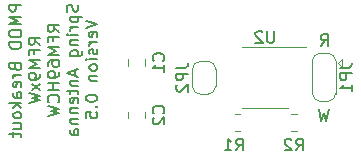
<source format=gbr>
%TF.GenerationSoftware,KiCad,Pcbnew,7.0.4*%
%TF.CreationDate,2023-05-26T13:29:51+02:00*%
%TF.ProjectId,RFM9xW_ANT,52464d39-7857-45f4-914e-542e6b696361,rev?*%
%TF.SameCoordinates,Original*%
%TF.FileFunction,Legend,Bot*%
%TF.FilePolarity,Positive*%
%FSLAX46Y46*%
G04 Gerber Fmt 4.6, Leading zero omitted, Abs format (unit mm)*
G04 Created by KiCad (PCBNEW 7.0.4) date 2023-05-26 13:29:51*
%MOMM*%
%LPD*%
G01*
G04 APERTURE LIST*
%ADD10C,0.150000*%
%ADD11C,0.120000*%
G04 APERTURE END LIST*
D10*
X120419819Y-43371190D02*
X119419819Y-43371190D01*
X119419819Y-43371190D02*
X119419819Y-43752142D01*
X119419819Y-43752142D02*
X119467438Y-43847380D01*
X119467438Y-43847380D02*
X119515057Y-43894999D01*
X119515057Y-43894999D02*
X119610295Y-43942618D01*
X119610295Y-43942618D02*
X119753152Y-43942618D01*
X119753152Y-43942618D02*
X119848390Y-43894999D01*
X119848390Y-43894999D02*
X119896009Y-43847380D01*
X119896009Y-43847380D02*
X119943628Y-43752142D01*
X119943628Y-43752142D02*
X119943628Y-43371190D01*
X120419819Y-44371190D02*
X119419819Y-44371190D01*
X119419819Y-44371190D02*
X120134104Y-44704523D01*
X120134104Y-44704523D02*
X119419819Y-45037856D01*
X119419819Y-45037856D02*
X120419819Y-45037856D01*
X119419819Y-45704523D02*
X119419819Y-45894999D01*
X119419819Y-45894999D02*
X119467438Y-45990237D01*
X119467438Y-45990237D02*
X119562676Y-46085475D01*
X119562676Y-46085475D02*
X119753152Y-46133094D01*
X119753152Y-46133094D02*
X120086485Y-46133094D01*
X120086485Y-46133094D02*
X120276961Y-46085475D01*
X120276961Y-46085475D02*
X120372200Y-45990237D01*
X120372200Y-45990237D02*
X120419819Y-45894999D01*
X120419819Y-45894999D02*
X120419819Y-45704523D01*
X120419819Y-45704523D02*
X120372200Y-45609285D01*
X120372200Y-45609285D02*
X120276961Y-45514047D01*
X120276961Y-45514047D02*
X120086485Y-45466428D01*
X120086485Y-45466428D02*
X119753152Y-45466428D01*
X119753152Y-45466428D02*
X119562676Y-45514047D01*
X119562676Y-45514047D02*
X119467438Y-45609285D01*
X119467438Y-45609285D02*
X119419819Y-45704523D01*
X120419819Y-46561666D02*
X119419819Y-46561666D01*
X119419819Y-46561666D02*
X119419819Y-46799761D01*
X119419819Y-46799761D02*
X119467438Y-46942618D01*
X119467438Y-46942618D02*
X119562676Y-47037856D01*
X119562676Y-47037856D02*
X119657914Y-47085475D01*
X119657914Y-47085475D02*
X119848390Y-47133094D01*
X119848390Y-47133094D02*
X119991247Y-47133094D01*
X119991247Y-47133094D02*
X120181723Y-47085475D01*
X120181723Y-47085475D02*
X120276961Y-47037856D01*
X120276961Y-47037856D02*
X120372200Y-46942618D01*
X120372200Y-46942618D02*
X120419819Y-46799761D01*
X120419819Y-46799761D02*
X120419819Y-46561666D01*
X119896009Y-48656904D02*
X119943628Y-48799761D01*
X119943628Y-48799761D02*
X119991247Y-48847380D01*
X119991247Y-48847380D02*
X120086485Y-48894999D01*
X120086485Y-48894999D02*
X120229342Y-48894999D01*
X120229342Y-48894999D02*
X120324580Y-48847380D01*
X120324580Y-48847380D02*
X120372200Y-48799761D01*
X120372200Y-48799761D02*
X120419819Y-48704523D01*
X120419819Y-48704523D02*
X120419819Y-48323571D01*
X120419819Y-48323571D02*
X119419819Y-48323571D01*
X119419819Y-48323571D02*
X119419819Y-48656904D01*
X119419819Y-48656904D02*
X119467438Y-48752142D01*
X119467438Y-48752142D02*
X119515057Y-48799761D01*
X119515057Y-48799761D02*
X119610295Y-48847380D01*
X119610295Y-48847380D02*
X119705533Y-48847380D01*
X119705533Y-48847380D02*
X119800771Y-48799761D01*
X119800771Y-48799761D02*
X119848390Y-48752142D01*
X119848390Y-48752142D02*
X119896009Y-48656904D01*
X119896009Y-48656904D02*
X119896009Y-48323571D01*
X120419819Y-49323571D02*
X119753152Y-49323571D01*
X119943628Y-49323571D02*
X119848390Y-49371190D01*
X119848390Y-49371190D02*
X119800771Y-49418809D01*
X119800771Y-49418809D02*
X119753152Y-49514047D01*
X119753152Y-49514047D02*
X119753152Y-49609285D01*
X120372200Y-50323571D02*
X120419819Y-50228333D01*
X120419819Y-50228333D02*
X120419819Y-50037857D01*
X120419819Y-50037857D02*
X120372200Y-49942619D01*
X120372200Y-49942619D02*
X120276961Y-49895000D01*
X120276961Y-49895000D02*
X119896009Y-49895000D01*
X119896009Y-49895000D02*
X119800771Y-49942619D01*
X119800771Y-49942619D02*
X119753152Y-50037857D01*
X119753152Y-50037857D02*
X119753152Y-50228333D01*
X119753152Y-50228333D02*
X119800771Y-50323571D01*
X119800771Y-50323571D02*
X119896009Y-50371190D01*
X119896009Y-50371190D02*
X119991247Y-50371190D01*
X119991247Y-50371190D02*
X120086485Y-49895000D01*
X120419819Y-51228333D02*
X119896009Y-51228333D01*
X119896009Y-51228333D02*
X119800771Y-51180714D01*
X119800771Y-51180714D02*
X119753152Y-51085476D01*
X119753152Y-51085476D02*
X119753152Y-50895000D01*
X119753152Y-50895000D02*
X119800771Y-50799762D01*
X120372200Y-51228333D02*
X120419819Y-51133095D01*
X120419819Y-51133095D02*
X120419819Y-50895000D01*
X120419819Y-50895000D02*
X120372200Y-50799762D01*
X120372200Y-50799762D02*
X120276961Y-50752143D01*
X120276961Y-50752143D02*
X120181723Y-50752143D01*
X120181723Y-50752143D02*
X120086485Y-50799762D01*
X120086485Y-50799762D02*
X120038866Y-50895000D01*
X120038866Y-50895000D02*
X120038866Y-51133095D01*
X120038866Y-51133095D02*
X119991247Y-51228333D01*
X120419819Y-51704524D02*
X119419819Y-51704524D01*
X120038866Y-51799762D02*
X120419819Y-52085476D01*
X119753152Y-52085476D02*
X120134104Y-51704524D01*
X120419819Y-52656905D02*
X120372200Y-52561667D01*
X120372200Y-52561667D02*
X120324580Y-52514048D01*
X120324580Y-52514048D02*
X120229342Y-52466429D01*
X120229342Y-52466429D02*
X119943628Y-52466429D01*
X119943628Y-52466429D02*
X119848390Y-52514048D01*
X119848390Y-52514048D02*
X119800771Y-52561667D01*
X119800771Y-52561667D02*
X119753152Y-52656905D01*
X119753152Y-52656905D02*
X119753152Y-52799762D01*
X119753152Y-52799762D02*
X119800771Y-52895000D01*
X119800771Y-52895000D02*
X119848390Y-52942619D01*
X119848390Y-52942619D02*
X119943628Y-52990238D01*
X119943628Y-52990238D02*
X120229342Y-52990238D01*
X120229342Y-52990238D02*
X120324580Y-52942619D01*
X120324580Y-52942619D02*
X120372200Y-52895000D01*
X120372200Y-52895000D02*
X120419819Y-52799762D01*
X120419819Y-52799762D02*
X120419819Y-52656905D01*
X119753152Y-53847381D02*
X120419819Y-53847381D01*
X119753152Y-53418810D02*
X120276961Y-53418810D01*
X120276961Y-53418810D02*
X120372200Y-53466429D01*
X120372200Y-53466429D02*
X120419819Y-53561667D01*
X120419819Y-53561667D02*
X120419819Y-53704524D01*
X120419819Y-53704524D02*
X120372200Y-53799762D01*
X120372200Y-53799762D02*
X120324580Y-53847381D01*
X119753152Y-54180715D02*
X119753152Y-54561667D01*
X119419819Y-54323572D02*
X120276961Y-54323572D01*
X120276961Y-54323572D02*
X120372200Y-54371191D01*
X120372200Y-54371191D02*
X120419819Y-54466429D01*
X120419819Y-54466429D02*
X120419819Y-54561667D01*
X122029819Y-46752142D02*
X121553628Y-46418809D01*
X122029819Y-46180714D02*
X121029819Y-46180714D01*
X121029819Y-46180714D02*
X121029819Y-46561666D01*
X121029819Y-46561666D02*
X121077438Y-46656904D01*
X121077438Y-46656904D02*
X121125057Y-46704523D01*
X121125057Y-46704523D02*
X121220295Y-46752142D01*
X121220295Y-46752142D02*
X121363152Y-46752142D01*
X121363152Y-46752142D02*
X121458390Y-46704523D01*
X121458390Y-46704523D02*
X121506009Y-46656904D01*
X121506009Y-46656904D02*
X121553628Y-46561666D01*
X121553628Y-46561666D02*
X121553628Y-46180714D01*
X121506009Y-47514047D02*
X121506009Y-47180714D01*
X122029819Y-47180714D02*
X121029819Y-47180714D01*
X121029819Y-47180714D02*
X121029819Y-47656904D01*
X122029819Y-48037857D02*
X121029819Y-48037857D01*
X121029819Y-48037857D02*
X121744104Y-48371190D01*
X121744104Y-48371190D02*
X121029819Y-48704523D01*
X121029819Y-48704523D02*
X122029819Y-48704523D01*
X122029819Y-49228333D02*
X122029819Y-49418809D01*
X122029819Y-49418809D02*
X121982200Y-49514047D01*
X121982200Y-49514047D02*
X121934580Y-49561666D01*
X121934580Y-49561666D02*
X121791723Y-49656904D01*
X121791723Y-49656904D02*
X121601247Y-49704523D01*
X121601247Y-49704523D02*
X121220295Y-49704523D01*
X121220295Y-49704523D02*
X121125057Y-49656904D01*
X121125057Y-49656904D02*
X121077438Y-49609285D01*
X121077438Y-49609285D02*
X121029819Y-49514047D01*
X121029819Y-49514047D02*
X121029819Y-49323571D01*
X121029819Y-49323571D02*
X121077438Y-49228333D01*
X121077438Y-49228333D02*
X121125057Y-49180714D01*
X121125057Y-49180714D02*
X121220295Y-49133095D01*
X121220295Y-49133095D02*
X121458390Y-49133095D01*
X121458390Y-49133095D02*
X121553628Y-49180714D01*
X121553628Y-49180714D02*
X121601247Y-49228333D01*
X121601247Y-49228333D02*
X121648866Y-49323571D01*
X121648866Y-49323571D02*
X121648866Y-49514047D01*
X121648866Y-49514047D02*
X121601247Y-49609285D01*
X121601247Y-49609285D02*
X121553628Y-49656904D01*
X121553628Y-49656904D02*
X121458390Y-49704523D01*
X122029819Y-50037857D02*
X121363152Y-50561666D01*
X121363152Y-50037857D02*
X122029819Y-50561666D01*
X121029819Y-50847381D02*
X122029819Y-51085476D01*
X122029819Y-51085476D02*
X121315533Y-51275952D01*
X121315533Y-51275952D02*
X122029819Y-51466428D01*
X122029819Y-51466428D02*
X121029819Y-51704524D01*
X123639819Y-45656904D02*
X123163628Y-45323571D01*
X123639819Y-45085476D02*
X122639819Y-45085476D01*
X122639819Y-45085476D02*
X122639819Y-45466428D01*
X122639819Y-45466428D02*
X122687438Y-45561666D01*
X122687438Y-45561666D02*
X122735057Y-45609285D01*
X122735057Y-45609285D02*
X122830295Y-45656904D01*
X122830295Y-45656904D02*
X122973152Y-45656904D01*
X122973152Y-45656904D02*
X123068390Y-45609285D01*
X123068390Y-45609285D02*
X123116009Y-45561666D01*
X123116009Y-45561666D02*
X123163628Y-45466428D01*
X123163628Y-45466428D02*
X123163628Y-45085476D01*
X123116009Y-46418809D02*
X123116009Y-46085476D01*
X123639819Y-46085476D02*
X122639819Y-46085476D01*
X122639819Y-46085476D02*
X122639819Y-46561666D01*
X123639819Y-46942619D02*
X122639819Y-46942619D01*
X122639819Y-46942619D02*
X123354104Y-47275952D01*
X123354104Y-47275952D02*
X122639819Y-47609285D01*
X122639819Y-47609285D02*
X123639819Y-47609285D01*
X122639819Y-48514047D02*
X122639819Y-48323571D01*
X122639819Y-48323571D02*
X122687438Y-48228333D01*
X122687438Y-48228333D02*
X122735057Y-48180714D01*
X122735057Y-48180714D02*
X122877914Y-48085476D01*
X122877914Y-48085476D02*
X123068390Y-48037857D01*
X123068390Y-48037857D02*
X123449342Y-48037857D01*
X123449342Y-48037857D02*
X123544580Y-48085476D01*
X123544580Y-48085476D02*
X123592200Y-48133095D01*
X123592200Y-48133095D02*
X123639819Y-48228333D01*
X123639819Y-48228333D02*
X123639819Y-48418809D01*
X123639819Y-48418809D02*
X123592200Y-48514047D01*
X123592200Y-48514047D02*
X123544580Y-48561666D01*
X123544580Y-48561666D02*
X123449342Y-48609285D01*
X123449342Y-48609285D02*
X123211247Y-48609285D01*
X123211247Y-48609285D02*
X123116009Y-48561666D01*
X123116009Y-48561666D02*
X123068390Y-48514047D01*
X123068390Y-48514047D02*
X123020771Y-48418809D01*
X123020771Y-48418809D02*
X123020771Y-48228333D01*
X123020771Y-48228333D02*
X123068390Y-48133095D01*
X123068390Y-48133095D02*
X123116009Y-48085476D01*
X123116009Y-48085476D02*
X123211247Y-48037857D01*
X123639819Y-49085476D02*
X123639819Y-49275952D01*
X123639819Y-49275952D02*
X123592200Y-49371190D01*
X123592200Y-49371190D02*
X123544580Y-49418809D01*
X123544580Y-49418809D02*
X123401723Y-49514047D01*
X123401723Y-49514047D02*
X123211247Y-49561666D01*
X123211247Y-49561666D02*
X122830295Y-49561666D01*
X122830295Y-49561666D02*
X122735057Y-49514047D01*
X122735057Y-49514047D02*
X122687438Y-49466428D01*
X122687438Y-49466428D02*
X122639819Y-49371190D01*
X122639819Y-49371190D02*
X122639819Y-49180714D01*
X122639819Y-49180714D02*
X122687438Y-49085476D01*
X122687438Y-49085476D02*
X122735057Y-49037857D01*
X122735057Y-49037857D02*
X122830295Y-48990238D01*
X122830295Y-48990238D02*
X123068390Y-48990238D01*
X123068390Y-48990238D02*
X123163628Y-49037857D01*
X123163628Y-49037857D02*
X123211247Y-49085476D01*
X123211247Y-49085476D02*
X123258866Y-49180714D01*
X123258866Y-49180714D02*
X123258866Y-49371190D01*
X123258866Y-49371190D02*
X123211247Y-49466428D01*
X123211247Y-49466428D02*
X123163628Y-49514047D01*
X123163628Y-49514047D02*
X123068390Y-49561666D01*
X123639819Y-49990238D02*
X122639819Y-49990238D01*
X123116009Y-49990238D02*
X123116009Y-50561666D01*
X123639819Y-50561666D02*
X122639819Y-50561666D01*
X123544580Y-51609285D02*
X123592200Y-51561666D01*
X123592200Y-51561666D02*
X123639819Y-51418809D01*
X123639819Y-51418809D02*
X123639819Y-51323571D01*
X123639819Y-51323571D02*
X123592200Y-51180714D01*
X123592200Y-51180714D02*
X123496961Y-51085476D01*
X123496961Y-51085476D02*
X123401723Y-51037857D01*
X123401723Y-51037857D02*
X123211247Y-50990238D01*
X123211247Y-50990238D02*
X123068390Y-50990238D01*
X123068390Y-50990238D02*
X122877914Y-51037857D01*
X122877914Y-51037857D02*
X122782676Y-51085476D01*
X122782676Y-51085476D02*
X122687438Y-51180714D01*
X122687438Y-51180714D02*
X122639819Y-51323571D01*
X122639819Y-51323571D02*
X122639819Y-51418809D01*
X122639819Y-51418809D02*
X122687438Y-51561666D01*
X122687438Y-51561666D02*
X122735057Y-51609285D01*
X122639819Y-51942619D02*
X123639819Y-52180714D01*
X123639819Y-52180714D02*
X122925533Y-52371190D01*
X122925533Y-52371190D02*
X123639819Y-52561666D01*
X123639819Y-52561666D02*
X122639819Y-52799762D01*
X125202200Y-43371190D02*
X125249819Y-43514047D01*
X125249819Y-43514047D02*
X125249819Y-43752142D01*
X125249819Y-43752142D02*
X125202200Y-43847380D01*
X125202200Y-43847380D02*
X125154580Y-43894999D01*
X125154580Y-43894999D02*
X125059342Y-43942618D01*
X125059342Y-43942618D02*
X124964104Y-43942618D01*
X124964104Y-43942618D02*
X124868866Y-43894999D01*
X124868866Y-43894999D02*
X124821247Y-43847380D01*
X124821247Y-43847380D02*
X124773628Y-43752142D01*
X124773628Y-43752142D02*
X124726009Y-43561666D01*
X124726009Y-43561666D02*
X124678390Y-43466428D01*
X124678390Y-43466428D02*
X124630771Y-43418809D01*
X124630771Y-43418809D02*
X124535533Y-43371190D01*
X124535533Y-43371190D02*
X124440295Y-43371190D01*
X124440295Y-43371190D02*
X124345057Y-43418809D01*
X124345057Y-43418809D02*
X124297438Y-43466428D01*
X124297438Y-43466428D02*
X124249819Y-43561666D01*
X124249819Y-43561666D02*
X124249819Y-43799761D01*
X124249819Y-43799761D02*
X124297438Y-43942618D01*
X124583152Y-44371190D02*
X125583152Y-44371190D01*
X124630771Y-44371190D02*
X124583152Y-44466428D01*
X124583152Y-44466428D02*
X124583152Y-44656904D01*
X124583152Y-44656904D02*
X124630771Y-44752142D01*
X124630771Y-44752142D02*
X124678390Y-44799761D01*
X124678390Y-44799761D02*
X124773628Y-44847380D01*
X124773628Y-44847380D02*
X125059342Y-44847380D01*
X125059342Y-44847380D02*
X125154580Y-44799761D01*
X125154580Y-44799761D02*
X125202200Y-44752142D01*
X125202200Y-44752142D02*
X125249819Y-44656904D01*
X125249819Y-44656904D02*
X125249819Y-44466428D01*
X125249819Y-44466428D02*
X125202200Y-44371190D01*
X125249819Y-45275952D02*
X124583152Y-45275952D01*
X124773628Y-45275952D02*
X124678390Y-45323571D01*
X124678390Y-45323571D02*
X124630771Y-45371190D01*
X124630771Y-45371190D02*
X124583152Y-45466428D01*
X124583152Y-45466428D02*
X124583152Y-45561666D01*
X125249819Y-45895000D02*
X124583152Y-45895000D01*
X124249819Y-45895000D02*
X124297438Y-45847381D01*
X124297438Y-45847381D02*
X124345057Y-45895000D01*
X124345057Y-45895000D02*
X124297438Y-45942619D01*
X124297438Y-45942619D02*
X124249819Y-45895000D01*
X124249819Y-45895000D02*
X124345057Y-45895000D01*
X124583152Y-46371190D02*
X125249819Y-46371190D01*
X124678390Y-46371190D02*
X124630771Y-46418809D01*
X124630771Y-46418809D02*
X124583152Y-46514047D01*
X124583152Y-46514047D02*
X124583152Y-46656904D01*
X124583152Y-46656904D02*
X124630771Y-46752142D01*
X124630771Y-46752142D02*
X124726009Y-46799761D01*
X124726009Y-46799761D02*
X125249819Y-46799761D01*
X124583152Y-47704523D02*
X125392676Y-47704523D01*
X125392676Y-47704523D02*
X125487914Y-47656904D01*
X125487914Y-47656904D02*
X125535533Y-47609285D01*
X125535533Y-47609285D02*
X125583152Y-47514047D01*
X125583152Y-47514047D02*
X125583152Y-47371190D01*
X125583152Y-47371190D02*
X125535533Y-47275952D01*
X125202200Y-47704523D02*
X125249819Y-47609285D01*
X125249819Y-47609285D02*
X125249819Y-47418809D01*
X125249819Y-47418809D02*
X125202200Y-47323571D01*
X125202200Y-47323571D02*
X125154580Y-47275952D01*
X125154580Y-47275952D02*
X125059342Y-47228333D01*
X125059342Y-47228333D02*
X124773628Y-47228333D01*
X124773628Y-47228333D02*
X124678390Y-47275952D01*
X124678390Y-47275952D02*
X124630771Y-47323571D01*
X124630771Y-47323571D02*
X124583152Y-47418809D01*
X124583152Y-47418809D02*
X124583152Y-47609285D01*
X124583152Y-47609285D02*
X124630771Y-47704523D01*
X124964104Y-48895000D02*
X124964104Y-49371190D01*
X125249819Y-48799762D02*
X124249819Y-49133095D01*
X124249819Y-49133095D02*
X125249819Y-49466428D01*
X124583152Y-49799762D02*
X125249819Y-49799762D01*
X124678390Y-49799762D02*
X124630771Y-49847381D01*
X124630771Y-49847381D02*
X124583152Y-49942619D01*
X124583152Y-49942619D02*
X124583152Y-50085476D01*
X124583152Y-50085476D02*
X124630771Y-50180714D01*
X124630771Y-50180714D02*
X124726009Y-50228333D01*
X124726009Y-50228333D02*
X125249819Y-50228333D01*
X124583152Y-50561667D02*
X124583152Y-50942619D01*
X124249819Y-50704524D02*
X125106961Y-50704524D01*
X125106961Y-50704524D02*
X125202200Y-50752143D01*
X125202200Y-50752143D02*
X125249819Y-50847381D01*
X125249819Y-50847381D02*
X125249819Y-50942619D01*
X125202200Y-51656905D02*
X125249819Y-51561667D01*
X125249819Y-51561667D02*
X125249819Y-51371191D01*
X125249819Y-51371191D02*
X125202200Y-51275953D01*
X125202200Y-51275953D02*
X125106961Y-51228334D01*
X125106961Y-51228334D02*
X124726009Y-51228334D01*
X124726009Y-51228334D02*
X124630771Y-51275953D01*
X124630771Y-51275953D02*
X124583152Y-51371191D01*
X124583152Y-51371191D02*
X124583152Y-51561667D01*
X124583152Y-51561667D02*
X124630771Y-51656905D01*
X124630771Y-51656905D02*
X124726009Y-51704524D01*
X124726009Y-51704524D02*
X124821247Y-51704524D01*
X124821247Y-51704524D02*
X124916485Y-51228334D01*
X124583152Y-52133096D02*
X125249819Y-52133096D01*
X124678390Y-52133096D02*
X124630771Y-52180715D01*
X124630771Y-52180715D02*
X124583152Y-52275953D01*
X124583152Y-52275953D02*
X124583152Y-52418810D01*
X124583152Y-52418810D02*
X124630771Y-52514048D01*
X124630771Y-52514048D02*
X124726009Y-52561667D01*
X124726009Y-52561667D02*
X125249819Y-52561667D01*
X124583152Y-53037858D02*
X125249819Y-53037858D01*
X124678390Y-53037858D02*
X124630771Y-53085477D01*
X124630771Y-53085477D02*
X124583152Y-53180715D01*
X124583152Y-53180715D02*
X124583152Y-53323572D01*
X124583152Y-53323572D02*
X124630771Y-53418810D01*
X124630771Y-53418810D02*
X124726009Y-53466429D01*
X124726009Y-53466429D02*
X125249819Y-53466429D01*
X125249819Y-54371191D02*
X124726009Y-54371191D01*
X124726009Y-54371191D02*
X124630771Y-54323572D01*
X124630771Y-54323572D02*
X124583152Y-54228334D01*
X124583152Y-54228334D02*
X124583152Y-54037858D01*
X124583152Y-54037858D02*
X124630771Y-53942620D01*
X125202200Y-54371191D02*
X125249819Y-54275953D01*
X125249819Y-54275953D02*
X125249819Y-54037858D01*
X125249819Y-54037858D02*
X125202200Y-53942620D01*
X125202200Y-53942620D02*
X125106961Y-53895001D01*
X125106961Y-53895001D02*
X125011723Y-53895001D01*
X125011723Y-53895001D02*
X124916485Y-53942620D01*
X124916485Y-53942620D02*
X124868866Y-54037858D01*
X124868866Y-54037858D02*
X124868866Y-54275953D01*
X124868866Y-54275953D02*
X124821247Y-54371191D01*
X125859819Y-44704524D02*
X126859819Y-45037857D01*
X126859819Y-45037857D02*
X125859819Y-45371190D01*
X126812200Y-46085476D02*
X126859819Y-45990238D01*
X126859819Y-45990238D02*
X126859819Y-45799762D01*
X126859819Y-45799762D02*
X126812200Y-45704524D01*
X126812200Y-45704524D02*
X126716961Y-45656905D01*
X126716961Y-45656905D02*
X126336009Y-45656905D01*
X126336009Y-45656905D02*
X126240771Y-45704524D01*
X126240771Y-45704524D02*
X126193152Y-45799762D01*
X126193152Y-45799762D02*
X126193152Y-45990238D01*
X126193152Y-45990238D02*
X126240771Y-46085476D01*
X126240771Y-46085476D02*
X126336009Y-46133095D01*
X126336009Y-46133095D02*
X126431247Y-46133095D01*
X126431247Y-46133095D02*
X126526485Y-45656905D01*
X126859819Y-46561667D02*
X126193152Y-46561667D01*
X126383628Y-46561667D02*
X126288390Y-46609286D01*
X126288390Y-46609286D02*
X126240771Y-46656905D01*
X126240771Y-46656905D02*
X126193152Y-46752143D01*
X126193152Y-46752143D02*
X126193152Y-46847381D01*
X126812200Y-47133096D02*
X126859819Y-47228334D01*
X126859819Y-47228334D02*
X126859819Y-47418810D01*
X126859819Y-47418810D02*
X126812200Y-47514048D01*
X126812200Y-47514048D02*
X126716961Y-47561667D01*
X126716961Y-47561667D02*
X126669342Y-47561667D01*
X126669342Y-47561667D02*
X126574104Y-47514048D01*
X126574104Y-47514048D02*
X126526485Y-47418810D01*
X126526485Y-47418810D02*
X126526485Y-47275953D01*
X126526485Y-47275953D02*
X126478866Y-47180715D01*
X126478866Y-47180715D02*
X126383628Y-47133096D01*
X126383628Y-47133096D02*
X126336009Y-47133096D01*
X126336009Y-47133096D02*
X126240771Y-47180715D01*
X126240771Y-47180715D02*
X126193152Y-47275953D01*
X126193152Y-47275953D02*
X126193152Y-47418810D01*
X126193152Y-47418810D02*
X126240771Y-47514048D01*
X126859819Y-47990239D02*
X126193152Y-47990239D01*
X125859819Y-47990239D02*
X125907438Y-47942620D01*
X125907438Y-47942620D02*
X125955057Y-47990239D01*
X125955057Y-47990239D02*
X125907438Y-48037858D01*
X125907438Y-48037858D02*
X125859819Y-47990239D01*
X125859819Y-47990239D02*
X125955057Y-47990239D01*
X126859819Y-48609286D02*
X126812200Y-48514048D01*
X126812200Y-48514048D02*
X126764580Y-48466429D01*
X126764580Y-48466429D02*
X126669342Y-48418810D01*
X126669342Y-48418810D02*
X126383628Y-48418810D01*
X126383628Y-48418810D02*
X126288390Y-48466429D01*
X126288390Y-48466429D02*
X126240771Y-48514048D01*
X126240771Y-48514048D02*
X126193152Y-48609286D01*
X126193152Y-48609286D02*
X126193152Y-48752143D01*
X126193152Y-48752143D02*
X126240771Y-48847381D01*
X126240771Y-48847381D02*
X126288390Y-48895000D01*
X126288390Y-48895000D02*
X126383628Y-48942619D01*
X126383628Y-48942619D02*
X126669342Y-48942619D01*
X126669342Y-48942619D02*
X126764580Y-48895000D01*
X126764580Y-48895000D02*
X126812200Y-48847381D01*
X126812200Y-48847381D02*
X126859819Y-48752143D01*
X126859819Y-48752143D02*
X126859819Y-48609286D01*
X126193152Y-49371191D02*
X126859819Y-49371191D01*
X126288390Y-49371191D02*
X126240771Y-49418810D01*
X126240771Y-49418810D02*
X126193152Y-49514048D01*
X126193152Y-49514048D02*
X126193152Y-49656905D01*
X126193152Y-49656905D02*
X126240771Y-49752143D01*
X126240771Y-49752143D02*
X126336009Y-49799762D01*
X126336009Y-49799762D02*
X126859819Y-49799762D01*
X125859819Y-51228334D02*
X125859819Y-51323572D01*
X125859819Y-51323572D02*
X125907438Y-51418810D01*
X125907438Y-51418810D02*
X125955057Y-51466429D01*
X125955057Y-51466429D02*
X126050295Y-51514048D01*
X126050295Y-51514048D02*
X126240771Y-51561667D01*
X126240771Y-51561667D02*
X126478866Y-51561667D01*
X126478866Y-51561667D02*
X126669342Y-51514048D01*
X126669342Y-51514048D02*
X126764580Y-51466429D01*
X126764580Y-51466429D02*
X126812200Y-51418810D01*
X126812200Y-51418810D02*
X126859819Y-51323572D01*
X126859819Y-51323572D02*
X126859819Y-51228334D01*
X126859819Y-51228334D02*
X126812200Y-51133096D01*
X126812200Y-51133096D02*
X126764580Y-51085477D01*
X126764580Y-51085477D02*
X126669342Y-51037858D01*
X126669342Y-51037858D02*
X126478866Y-50990239D01*
X126478866Y-50990239D02*
X126240771Y-50990239D01*
X126240771Y-50990239D02*
X126050295Y-51037858D01*
X126050295Y-51037858D02*
X125955057Y-51085477D01*
X125955057Y-51085477D02*
X125907438Y-51133096D01*
X125907438Y-51133096D02*
X125859819Y-51228334D01*
X126764580Y-51990239D02*
X126812200Y-52037858D01*
X126812200Y-52037858D02*
X126859819Y-51990239D01*
X126859819Y-51990239D02*
X126812200Y-51942620D01*
X126812200Y-51942620D02*
X126764580Y-51990239D01*
X126764580Y-51990239D02*
X126859819Y-51990239D01*
X125859819Y-52942619D02*
X125859819Y-52466429D01*
X125859819Y-52466429D02*
X126336009Y-52418810D01*
X126336009Y-52418810D02*
X126288390Y-52466429D01*
X126288390Y-52466429D02*
X126240771Y-52561667D01*
X126240771Y-52561667D02*
X126240771Y-52799762D01*
X126240771Y-52799762D02*
X126288390Y-52895000D01*
X126288390Y-52895000D02*
X126336009Y-52942619D01*
X126336009Y-52942619D02*
X126431247Y-52990238D01*
X126431247Y-52990238D02*
X126669342Y-52990238D01*
X126669342Y-52990238D02*
X126764580Y-52942619D01*
X126764580Y-52942619D02*
X126812200Y-52895000D01*
X126812200Y-52895000D02*
X126859819Y-52799762D01*
X126859819Y-52799762D02*
X126859819Y-52561667D01*
X126859819Y-52561667D02*
X126812200Y-52466429D01*
X126812200Y-52466429D02*
X126764580Y-52418810D01*
X146443458Y-52209819D02*
X146205363Y-53209819D01*
X146205363Y-53209819D02*
X146014887Y-52495533D01*
X146014887Y-52495533D02*
X145824411Y-53209819D01*
X145824411Y-53209819D02*
X145586316Y-52209819D01*
X145776792Y-46859819D02*
X146110125Y-46383628D01*
X146348220Y-46859819D02*
X146348220Y-45859819D01*
X146348220Y-45859819D02*
X145967268Y-45859819D01*
X145967268Y-45859819D02*
X145872030Y-45907438D01*
X145872030Y-45907438D02*
X145824411Y-45955057D01*
X145824411Y-45955057D02*
X145776792Y-46050295D01*
X145776792Y-46050295D02*
X145776792Y-46193152D01*
X145776792Y-46193152D02*
X145824411Y-46288390D01*
X145824411Y-46288390D02*
X145872030Y-46336009D01*
X145872030Y-46336009D02*
X145967268Y-46383628D01*
X145967268Y-46383628D02*
X146348220Y-46383628D01*
%TO.C,JP1*%
X147409819Y-48696666D02*
X148124104Y-48696666D01*
X148124104Y-48696666D02*
X148266961Y-48649047D01*
X148266961Y-48649047D02*
X148362200Y-48553809D01*
X148362200Y-48553809D02*
X148409819Y-48410952D01*
X148409819Y-48410952D02*
X148409819Y-48315714D01*
X148409819Y-49172857D02*
X147409819Y-49172857D01*
X147409819Y-49172857D02*
X147409819Y-49553809D01*
X147409819Y-49553809D02*
X147457438Y-49649047D01*
X147457438Y-49649047D02*
X147505057Y-49696666D01*
X147505057Y-49696666D02*
X147600295Y-49744285D01*
X147600295Y-49744285D02*
X147743152Y-49744285D01*
X147743152Y-49744285D02*
X147838390Y-49696666D01*
X147838390Y-49696666D02*
X147886009Y-49649047D01*
X147886009Y-49649047D02*
X147933628Y-49553809D01*
X147933628Y-49553809D02*
X147933628Y-49172857D01*
X148409819Y-50696666D02*
X148409819Y-50125238D01*
X148409819Y-50410952D02*
X147409819Y-50410952D01*
X147409819Y-50410952D02*
X147552676Y-50315714D01*
X147552676Y-50315714D02*
X147647914Y-50220476D01*
X147647914Y-50220476D02*
X147695533Y-50125238D01*
%TO.C,C1*%
X132439580Y-48093333D02*
X132487200Y-48045714D01*
X132487200Y-48045714D02*
X132534819Y-47902857D01*
X132534819Y-47902857D02*
X132534819Y-47807619D01*
X132534819Y-47807619D02*
X132487200Y-47664762D01*
X132487200Y-47664762D02*
X132391961Y-47569524D01*
X132391961Y-47569524D02*
X132296723Y-47521905D01*
X132296723Y-47521905D02*
X132106247Y-47474286D01*
X132106247Y-47474286D02*
X131963390Y-47474286D01*
X131963390Y-47474286D02*
X131772914Y-47521905D01*
X131772914Y-47521905D02*
X131677676Y-47569524D01*
X131677676Y-47569524D02*
X131582438Y-47664762D01*
X131582438Y-47664762D02*
X131534819Y-47807619D01*
X131534819Y-47807619D02*
X131534819Y-47902857D01*
X131534819Y-47902857D02*
X131582438Y-48045714D01*
X131582438Y-48045714D02*
X131630057Y-48093333D01*
X132534819Y-49045714D02*
X132534819Y-48474286D01*
X132534819Y-48760000D02*
X131534819Y-48760000D01*
X131534819Y-48760000D02*
X131677676Y-48664762D01*
X131677676Y-48664762D02*
X131772914Y-48569524D01*
X131772914Y-48569524D02*
X131820533Y-48474286D01*
%TO.C,JP2*%
X133544819Y-48711666D02*
X134259104Y-48711666D01*
X134259104Y-48711666D02*
X134401961Y-48664047D01*
X134401961Y-48664047D02*
X134497200Y-48568809D01*
X134497200Y-48568809D02*
X134544819Y-48425952D01*
X134544819Y-48425952D02*
X134544819Y-48330714D01*
X134544819Y-49187857D02*
X133544819Y-49187857D01*
X133544819Y-49187857D02*
X133544819Y-49568809D01*
X133544819Y-49568809D02*
X133592438Y-49664047D01*
X133592438Y-49664047D02*
X133640057Y-49711666D01*
X133640057Y-49711666D02*
X133735295Y-49759285D01*
X133735295Y-49759285D02*
X133878152Y-49759285D01*
X133878152Y-49759285D02*
X133973390Y-49711666D01*
X133973390Y-49711666D02*
X134021009Y-49664047D01*
X134021009Y-49664047D02*
X134068628Y-49568809D01*
X134068628Y-49568809D02*
X134068628Y-49187857D01*
X133640057Y-50140238D02*
X133592438Y-50187857D01*
X133592438Y-50187857D02*
X133544819Y-50283095D01*
X133544819Y-50283095D02*
X133544819Y-50521190D01*
X133544819Y-50521190D02*
X133592438Y-50616428D01*
X133592438Y-50616428D02*
X133640057Y-50664047D01*
X133640057Y-50664047D02*
X133735295Y-50711666D01*
X133735295Y-50711666D02*
X133830533Y-50711666D01*
X133830533Y-50711666D02*
X133973390Y-50664047D01*
X133973390Y-50664047D02*
X134544819Y-50092619D01*
X134544819Y-50092619D02*
X134544819Y-50711666D01*
%TO.C,R2*%
X143676666Y-55699819D02*
X144009999Y-55223628D01*
X144248094Y-55699819D02*
X144248094Y-54699819D01*
X144248094Y-54699819D02*
X143867142Y-54699819D01*
X143867142Y-54699819D02*
X143771904Y-54747438D01*
X143771904Y-54747438D02*
X143724285Y-54795057D01*
X143724285Y-54795057D02*
X143676666Y-54890295D01*
X143676666Y-54890295D02*
X143676666Y-55033152D01*
X143676666Y-55033152D02*
X143724285Y-55128390D01*
X143724285Y-55128390D02*
X143771904Y-55176009D01*
X143771904Y-55176009D02*
X143867142Y-55223628D01*
X143867142Y-55223628D02*
X144248094Y-55223628D01*
X143295713Y-54795057D02*
X143248094Y-54747438D01*
X143248094Y-54747438D02*
X143152856Y-54699819D01*
X143152856Y-54699819D02*
X142914761Y-54699819D01*
X142914761Y-54699819D02*
X142819523Y-54747438D01*
X142819523Y-54747438D02*
X142771904Y-54795057D01*
X142771904Y-54795057D02*
X142724285Y-54890295D01*
X142724285Y-54890295D02*
X142724285Y-54985533D01*
X142724285Y-54985533D02*
X142771904Y-55128390D01*
X142771904Y-55128390D02*
X143343332Y-55699819D01*
X143343332Y-55699819D02*
X142724285Y-55699819D01*
%TO.C,R1*%
X138596666Y-55699819D02*
X138929999Y-55223628D01*
X139168094Y-55699819D02*
X139168094Y-54699819D01*
X139168094Y-54699819D02*
X138787142Y-54699819D01*
X138787142Y-54699819D02*
X138691904Y-54747438D01*
X138691904Y-54747438D02*
X138644285Y-54795057D01*
X138644285Y-54795057D02*
X138596666Y-54890295D01*
X138596666Y-54890295D02*
X138596666Y-55033152D01*
X138596666Y-55033152D02*
X138644285Y-55128390D01*
X138644285Y-55128390D02*
X138691904Y-55176009D01*
X138691904Y-55176009D02*
X138787142Y-55223628D01*
X138787142Y-55223628D02*
X139168094Y-55223628D01*
X137644285Y-55699819D02*
X138215713Y-55699819D01*
X137929999Y-55699819D02*
X137929999Y-54699819D01*
X137929999Y-54699819D02*
X138025237Y-54842676D01*
X138025237Y-54842676D02*
X138120475Y-54937914D01*
X138120475Y-54937914D02*
X138215713Y-54985533D01*
%TO.C,C2*%
X132439580Y-52538333D02*
X132487200Y-52490714D01*
X132487200Y-52490714D02*
X132534819Y-52347857D01*
X132534819Y-52347857D02*
X132534819Y-52252619D01*
X132534819Y-52252619D02*
X132487200Y-52109762D01*
X132487200Y-52109762D02*
X132391961Y-52014524D01*
X132391961Y-52014524D02*
X132296723Y-51966905D01*
X132296723Y-51966905D02*
X132106247Y-51919286D01*
X132106247Y-51919286D02*
X131963390Y-51919286D01*
X131963390Y-51919286D02*
X131772914Y-51966905D01*
X131772914Y-51966905D02*
X131677676Y-52014524D01*
X131677676Y-52014524D02*
X131582438Y-52109762D01*
X131582438Y-52109762D02*
X131534819Y-52252619D01*
X131534819Y-52252619D02*
X131534819Y-52347857D01*
X131534819Y-52347857D02*
X131582438Y-52490714D01*
X131582438Y-52490714D02*
X131630057Y-52538333D01*
X131630057Y-52919286D02*
X131582438Y-52966905D01*
X131582438Y-52966905D02*
X131534819Y-53062143D01*
X131534819Y-53062143D02*
X131534819Y-53300238D01*
X131534819Y-53300238D02*
X131582438Y-53395476D01*
X131582438Y-53395476D02*
X131630057Y-53443095D01*
X131630057Y-53443095D02*
X131725295Y-53490714D01*
X131725295Y-53490714D02*
X131820533Y-53490714D01*
X131820533Y-53490714D02*
X131963390Y-53443095D01*
X131963390Y-53443095D02*
X132534819Y-52871667D01*
X132534819Y-52871667D02*
X132534819Y-53490714D01*
%TO.C,U2*%
X141816904Y-45584819D02*
X141816904Y-46394342D01*
X141816904Y-46394342D02*
X141769285Y-46489580D01*
X141769285Y-46489580D02*
X141721666Y-46537200D01*
X141721666Y-46537200D02*
X141626428Y-46584819D01*
X141626428Y-46584819D02*
X141435952Y-46584819D01*
X141435952Y-46584819D02*
X141340714Y-46537200D01*
X141340714Y-46537200D02*
X141293095Y-46489580D01*
X141293095Y-46489580D02*
X141245476Y-46394342D01*
X141245476Y-46394342D02*
X141245476Y-45584819D01*
X140816904Y-45680057D02*
X140769285Y-45632438D01*
X140769285Y-45632438D02*
X140674047Y-45584819D01*
X140674047Y-45584819D02*
X140435952Y-45584819D01*
X140435952Y-45584819D02*
X140340714Y-45632438D01*
X140340714Y-45632438D02*
X140293095Y-45680057D01*
X140293095Y-45680057D02*
X140245476Y-45775295D01*
X140245476Y-45775295D02*
X140245476Y-45870533D01*
X140245476Y-45870533D02*
X140293095Y-46013390D01*
X140293095Y-46013390D02*
X140864523Y-46584819D01*
X140864523Y-46584819D02*
X140245476Y-46584819D01*
D11*
%TO.C,JP1*%
X146350000Y-47450000D02*
X145750000Y-47450000D01*
X147550000Y-48000000D02*
X147550000Y-48600000D01*
X145050000Y-48100000D02*
X145050000Y-50900000D01*
X147250000Y-48300000D02*
X147550000Y-48000000D01*
X147250000Y-48300000D02*
X147550000Y-48600000D01*
X147050000Y-50900000D02*
X147050000Y-48100000D01*
X145750000Y-51550000D02*
X146350000Y-51550000D01*
X147050000Y-48150000D02*
G75*
G03*
X146350000Y-47450000I-699999J1D01*
G01*
X145750000Y-47450000D02*
G75*
G03*
X145050000Y-48150000I-1J-699999D01*
G01*
X146350000Y-51550000D02*
G75*
G03*
X147050000Y-50850000I0J700000D01*
G01*
X145050000Y-50850000D02*
G75*
G03*
X145750000Y-51550000I700000J0D01*
G01*
%TO.C,C1*%
X129440000Y-48521252D02*
X129440000Y-47998748D01*
X130910000Y-48521252D02*
X130910000Y-47998748D01*
%TO.C,JP2*%
X136190000Y-48145000D02*
X135590000Y-48145000D01*
X134890000Y-48845000D02*
X134890000Y-50245000D01*
X136890000Y-50245000D02*
X136890000Y-48845000D01*
X135590000Y-50945000D02*
X136190000Y-50945000D01*
X136890000Y-48845000D02*
G75*
G03*
X136190000Y-48145000I-699999J1D01*
G01*
X135590000Y-48145000D02*
G75*
G03*
X134890000Y-48845000I-1J-699999D01*
G01*
X136190000Y-50945000D02*
G75*
G03*
X136890000Y-50245000I0J700000D01*
G01*
X134890000Y-50245000D02*
G75*
G03*
X135590000Y-50945000I700000J0D01*
G01*
%TO.C,R2*%
X143282936Y-52605000D02*
X143737064Y-52605000D01*
X143282936Y-54075000D02*
X143737064Y-54075000D01*
%TO.C,R1*%
X138934564Y-54075000D02*
X138480436Y-54075000D01*
X138934564Y-52605000D02*
X138480436Y-52605000D01*
%TO.C,C2*%
X130910000Y-52443748D02*
X130910000Y-52966252D01*
X129440000Y-52443748D02*
X129440000Y-52966252D01*
%TO.C,U2*%
X141055000Y-52090000D02*
X143005000Y-52090000D01*
X141055000Y-52090000D02*
X139105000Y-52090000D01*
X141055000Y-46970000D02*
X144505000Y-46970000D01*
X141055000Y-46970000D02*
X139105000Y-46970000D01*
%TD*%
M02*

</source>
